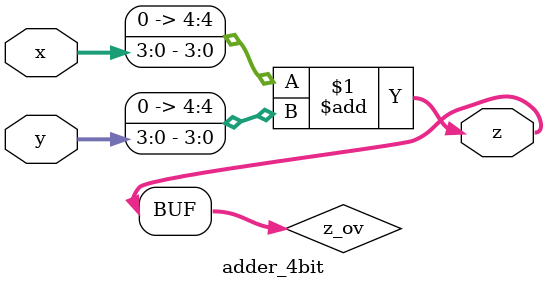
<source format=sv>
module adder_4bit(
    input logic[3:0] x,
    input logic[3:0] y,
    output logic[4:0] z,
    
);

logic[4:0] z_ov;
assign z_ov = $unsigned(x) + $unsigned(y);
assign z = z_ov;
    
endmodule
</source>
